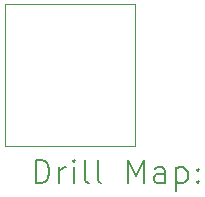
<source format=gbr>
%TF.GenerationSoftware,KiCad,Pcbnew,7.0.11*%
%TF.CreationDate,2024-12-11T11:32:52-03:00*%
%TF.ProjectId,Placa_SiPM,506c6163-615f-4536-9950-4d2e6b696361,rev?*%
%TF.SameCoordinates,Original*%
%TF.FileFunction,Drillmap*%
%TF.FilePolarity,Positive*%
%FSLAX45Y45*%
G04 Gerber Fmt 4.5, Leading zero omitted, Abs format (unit mm)*
G04 Created by KiCad (PCBNEW 7.0.11) date 2024-12-11 11:32:52*
%MOMM*%
%LPD*%
G01*
G04 APERTURE LIST*
%ADD10C,0.050000*%
%ADD11C,0.200000*%
G04 APERTURE END LIST*
D10*
X14500000Y-11700000D02*
X15600000Y-11700000D01*
X15600000Y-12900000D01*
X14500000Y-12900000D01*
X14500000Y-11700000D01*
D11*
X14758277Y-13213984D02*
X14758277Y-13013984D01*
X14758277Y-13013984D02*
X14805896Y-13013984D01*
X14805896Y-13013984D02*
X14834467Y-13023508D01*
X14834467Y-13023508D02*
X14853515Y-13042555D01*
X14853515Y-13042555D02*
X14863039Y-13061603D01*
X14863039Y-13061603D02*
X14872562Y-13099698D01*
X14872562Y-13099698D02*
X14872562Y-13128269D01*
X14872562Y-13128269D02*
X14863039Y-13166365D01*
X14863039Y-13166365D02*
X14853515Y-13185412D01*
X14853515Y-13185412D02*
X14834467Y-13204460D01*
X14834467Y-13204460D02*
X14805896Y-13213984D01*
X14805896Y-13213984D02*
X14758277Y-13213984D01*
X14958277Y-13213984D02*
X14958277Y-13080650D01*
X14958277Y-13118746D02*
X14967801Y-13099698D01*
X14967801Y-13099698D02*
X14977324Y-13090174D01*
X14977324Y-13090174D02*
X14996372Y-13080650D01*
X14996372Y-13080650D02*
X15015420Y-13080650D01*
X15082086Y-13213984D02*
X15082086Y-13080650D01*
X15082086Y-13013984D02*
X15072562Y-13023508D01*
X15072562Y-13023508D02*
X15082086Y-13033031D01*
X15082086Y-13033031D02*
X15091610Y-13023508D01*
X15091610Y-13023508D02*
X15082086Y-13013984D01*
X15082086Y-13013984D02*
X15082086Y-13033031D01*
X15205896Y-13213984D02*
X15186848Y-13204460D01*
X15186848Y-13204460D02*
X15177324Y-13185412D01*
X15177324Y-13185412D02*
X15177324Y-13013984D01*
X15310658Y-13213984D02*
X15291610Y-13204460D01*
X15291610Y-13204460D02*
X15282086Y-13185412D01*
X15282086Y-13185412D02*
X15282086Y-13013984D01*
X15539229Y-13213984D02*
X15539229Y-13013984D01*
X15539229Y-13013984D02*
X15605896Y-13156841D01*
X15605896Y-13156841D02*
X15672562Y-13013984D01*
X15672562Y-13013984D02*
X15672562Y-13213984D01*
X15853515Y-13213984D02*
X15853515Y-13109222D01*
X15853515Y-13109222D02*
X15843991Y-13090174D01*
X15843991Y-13090174D02*
X15824943Y-13080650D01*
X15824943Y-13080650D02*
X15786848Y-13080650D01*
X15786848Y-13080650D02*
X15767801Y-13090174D01*
X15853515Y-13204460D02*
X15834467Y-13213984D01*
X15834467Y-13213984D02*
X15786848Y-13213984D01*
X15786848Y-13213984D02*
X15767801Y-13204460D01*
X15767801Y-13204460D02*
X15758277Y-13185412D01*
X15758277Y-13185412D02*
X15758277Y-13166365D01*
X15758277Y-13166365D02*
X15767801Y-13147317D01*
X15767801Y-13147317D02*
X15786848Y-13137793D01*
X15786848Y-13137793D02*
X15834467Y-13137793D01*
X15834467Y-13137793D02*
X15853515Y-13128269D01*
X15948753Y-13080650D02*
X15948753Y-13280650D01*
X15948753Y-13090174D02*
X15967801Y-13080650D01*
X15967801Y-13080650D02*
X16005896Y-13080650D01*
X16005896Y-13080650D02*
X16024943Y-13090174D01*
X16024943Y-13090174D02*
X16034467Y-13099698D01*
X16034467Y-13099698D02*
X16043991Y-13118746D01*
X16043991Y-13118746D02*
X16043991Y-13175888D01*
X16043991Y-13175888D02*
X16034467Y-13194936D01*
X16034467Y-13194936D02*
X16024943Y-13204460D01*
X16024943Y-13204460D02*
X16005896Y-13213984D01*
X16005896Y-13213984D02*
X15967801Y-13213984D01*
X15967801Y-13213984D02*
X15948753Y-13204460D01*
X16129705Y-13194936D02*
X16139229Y-13204460D01*
X16139229Y-13204460D02*
X16129705Y-13213984D01*
X16129705Y-13213984D02*
X16120182Y-13204460D01*
X16120182Y-13204460D02*
X16129705Y-13194936D01*
X16129705Y-13194936D02*
X16129705Y-13213984D01*
X16129705Y-13090174D02*
X16139229Y-13099698D01*
X16139229Y-13099698D02*
X16129705Y-13109222D01*
X16129705Y-13109222D02*
X16120182Y-13099698D01*
X16120182Y-13099698D02*
X16129705Y-13090174D01*
X16129705Y-13090174D02*
X16129705Y-13109222D01*
M02*

</source>
